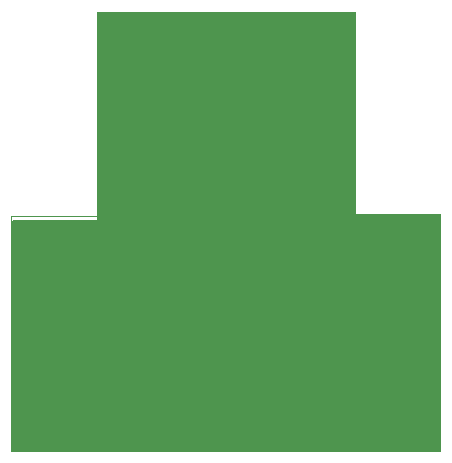
<source format=gbr>
%TF.GenerationSoftware,KiCad,Pcbnew,8.0.0*%
%TF.CreationDate,2024-03-24T20:02:06+02:00*%
%TF.ProjectId,Power Subsystem,506f7765-7220-4537-9562-73797374656d,rev?*%
%TF.SameCoordinates,Original*%
%TF.FileFunction,Profile,NP*%
%FSLAX46Y46*%
G04 Gerber Fmt 4.6, Leading zero omitted, Abs format (unit mm)*
G04 Created by KiCad (PCBNEW 8.0.0) date 2024-03-24 20:02:06*
%MOMM*%
%LPD*%
G01*
G04 APERTURE LIST*
%TA.AperFunction,Profile*%
%ADD10C,0.100000*%
%TD*%
G04 APERTURE END LIST*
D10*
X160528000Y-58039000D02*
X167767000Y-58039000D01*
X167767000Y-78105000D01*
X131445000Y-78105000D01*
X131445000Y-58166000D01*
X138684000Y-58166000D01*
X138684000Y-40894000D01*
X160528000Y-40894000D01*
X160528000Y-58039000D01*
G36*
X160471039Y-40913685D02*
G01*
X160516794Y-40966489D01*
X160528000Y-41018000D01*
X160528000Y-58039000D01*
X167643000Y-58039000D01*
X167710039Y-58058685D01*
X167755794Y-58111489D01*
X167767000Y-58163000D01*
X167767000Y-77981000D01*
X167747315Y-78048039D01*
X167694511Y-78093794D01*
X167643000Y-78105000D01*
X131569000Y-78105000D01*
X131501961Y-78085315D01*
X131456206Y-78032511D01*
X131445000Y-77981000D01*
X131445000Y-58671000D01*
X131464685Y-58603961D01*
X131517489Y-58558206D01*
X131569000Y-58547000D01*
X138684000Y-58547000D01*
X138684000Y-41018000D01*
X138703685Y-40950961D01*
X138756489Y-40905206D01*
X138808000Y-40894000D01*
X160404000Y-40894000D01*
X160471039Y-40913685D01*
G37*
M02*

</source>
